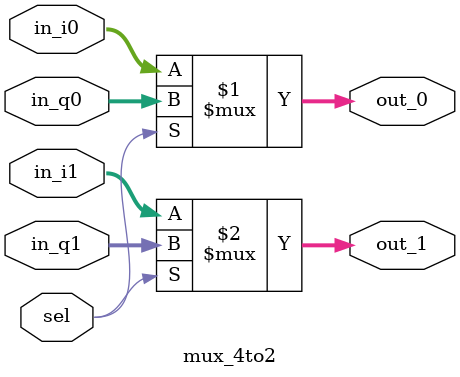
<source format=v>
module mux_4to2(in_i0,in_i1,in_q0,in_q1,sel,out_0,out_1);

parameter SPAN = 16;

input wire [SPAN:0]in_i0,in_i1,in_q0,in_q1;
input wire sel;
output wire [SPAN:0]out_0,out_1;

assign out_0 = (sel)? in_q0 : in_i0;
assign out_1 = (sel)? in_q1 : in_i1;

endmodule
</source>
